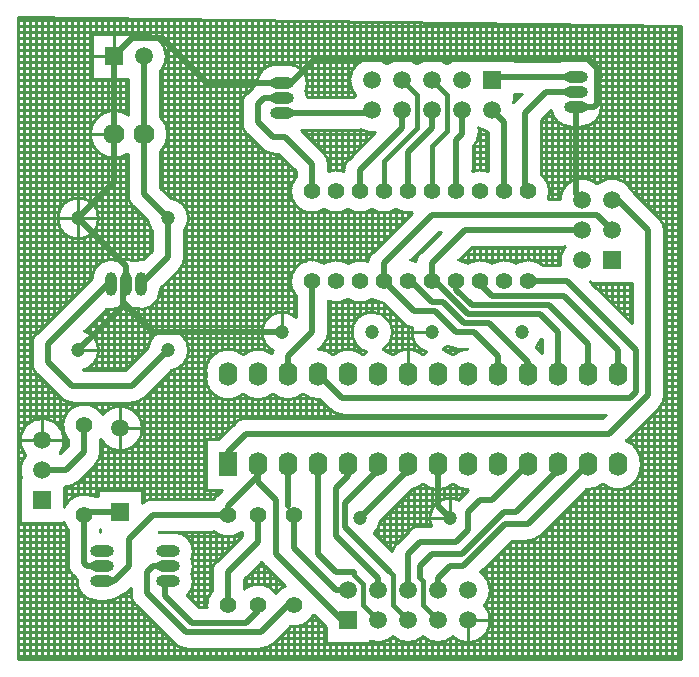
<source format=gtl>
%FSLAX42Y42*%
%MOMM*%
G71*
G01*
G75*
G04 Layer_Physical_Order=1*
%ADD10C,0.25*%
%ADD11C,0.51*%
%ADD12C,0.41*%
%ADD13C,1.40*%
%ADD14C,1.50*%
%ADD15R,1.50X1.50*%
%ADD16C,1.78*%
%ADD17O,1.00X2.00*%
%ADD18O,1.00X2.00*%
%ADD19C,1.20*%
%ADD20O,1.57X2.03*%
%ADD21R,1.57X2.03*%
%ADD22O,2.00X1.00*%
%ADD23O,2.00X1.00*%
D10*
X8937Y10579D02*
G03*
X8950Y10643I-150J63D01*
G01*
G03*
X8788Y10805I-163J0D01*
G01*
X8950Y10516D02*
G03*
X8937Y10579I-163J0D01*
G01*
X8937Y10452D02*
G03*
X8950Y10516I-150J63D01*
G01*
Y10389D02*
G03*
X8937Y10452I-163J0D01*
G01*
X8788Y10226D02*
G03*
X8950Y10389I0J163D01*
G01*
X8688Y10805D02*
G03*
X8602Y10781I0J-163D01*
G01*
X8527Y10364D02*
G03*
X8688Y10226I161J25D01*
G01*
X8208Y10435D02*
G03*
X8203Y10429I98J-98D01*
G01*
X8208Y10435D02*
G03*
X8203Y10429I98J-98D01*
G01*
X7911Y10216D02*
G03*
X7990Y10179I116J148D01*
G01*
X9485Y9347D02*
G03*
X9445Y9445I-138J0D01*
G01*
X9485Y9347D02*
G03*
X9445Y9445I-138J0D01*
G01*
X9215Y9675D02*
G03*
X8915Y9739I-173J-73D01*
G01*
G03*
X8601Y9612I-127J-138D01*
G01*
X8502D02*
G03*
X8514Y9677I-171J65D01*
G01*
G03*
X8444Y9821I-183J0D01*
G01*
X8641Y9209D02*
G03*
X8605Y9054I148J-116D01*
G01*
X8451D02*
G03*
X8230Y9067I-120J-138D01*
G01*
G03*
X8026Y9067I-102J-152D01*
G01*
G03*
X7823Y9067I-102J-152D01*
G01*
X7839Y10793D02*
G03*
X7645Y10755I-66J-176D01*
G01*
X7870Y10062D02*
G03*
X7911Y10160I-98J98D01*
G01*
X7870Y10062D02*
G03*
X7911Y10160I-98J98D01*
G01*
X7645Y10755D02*
G03*
X7391Y10755I-127J-138D01*
G01*
G03*
X7137Y10755I-127J-138D01*
G01*
X6918Y10200D02*
G03*
X7035Y10177I92J163D01*
G01*
X7137Y10755D02*
G03*
X6872Y10490I-127J-138D01*
G01*
G03*
X6860Y10476I138J-127D01*
G01*
X6448Y10528D02*
G03*
X6461Y10592I-150J63D01*
G01*
X6461Y10476D02*
G03*
X6448Y10528I-162J-11D01*
G01*
X6640Y9906D02*
G03*
X6600Y10004I-138J0D01*
G01*
X6640Y9906D02*
G03*
X6600Y10004I-138J0D01*
G01*
X7990Y9848D02*
G03*
X7860Y9848I-65J-171D01*
G01*
X7214Y9526D02*
G03*
X7346Y9497I102J152D01*
G01*
X7010Y9526D02*
G03*
X7214Y9526I102J152D01*
G01*
X7421Y9165D02*
G03*
X7381Y9086I98J-98D01*
G01*
X7823Y9067D02*
G03*
X7743Y9097I-102J-152D01*
G01*
X7421Y9165D02*
G03*
X7381Y9086I98J-98D01*
G01*
G03*
X7336Y9097I-66J-170D01*
G01*
X7010Y8764D02*
G03*
X7099Y8733I102J152D01*
G01*
X6807Y9526D02*
G03*
X7010Y9526I102J152D01*
G01*
X6811Y9953D02*
G03*
X6771Y9855I98J-98D01*
G01*
X6811Y9953D02*
G03*
X6771Y9855I98J-98D01*
G01*
X6604Y9526D02*
G03*
X6807Y9526I102J152D01*
G01*
X7014Y9165D02*
G03*
X6975Y9086I98J-98D01*
G01*
X7014Y9165D02*
G03*
X6975Y9086I98J-98D01*
G01*
X6771Y9848D02*
G03*
X6640Y9848I-65J-171D01*
G01*
X6975Y9086D02*
G03*
X6807Y9067I-66J-170D01*
G01*
Y8764D02*
G03*
X7010Y8764I102J152D01*
G01*
X6807Y9067D02*
G03*
X6604Y9067I-102J-152D01*
G01*
X6640Y8745D02*
G03*
X6807Y8764I65J171D01*
G01*
X9445Y7853D02*
G03*
X9485Y7950I-98J98D01*
G01*
X9445Y7853D02*
G03*
X9485Y7950I-98J98D01*
G01*
X9285Y7389D02*
G03*
X9160Y7568I-191J0D01*
G01*
X8399Y8358D02*
G03*
X8444Y8429I-118J126D01*
G01*
X7646Y8368D02*
G03*
X7722Y8346I75J116D01*
G01*
X7646Y8368D02*
G03*
X7722Y8346I75J116D01*
G01*
X8447Y8305D02*
G03*
X8429Y8327I-116J-75D01*
G01*
X8447Y8305D02*
G03*
X8429Y8327I-116J-75D01*
G01*
X7820Y8342D02*
G03*
X7696Y8294I3J-191D01*
G01*
X8966Y7200D02*
G03*
X9285Y7343I127J143D01*
G01*
X8821Y7153D02*
G03*
X8966Y7200I18J191D01*
G01*
X8331Y6720D02*
G03*
X8429Y6760I0J138D01*
G01*
X8331Y6720D02*
G03*
X8429Y6760I0J138D01*
G01*
X7696Y7200D02*
G03*
X7820Y7152I127J143D01*
G01*
X7961Y6172D02*
G03*
X8011Y6299I-138J127D01*
G01*
X7737Y7068D02*
G03*
X7511Y6844I-66J-160D01*
G01*
X8011Y6299D02*
G03*
X7927Y6456I-188J0D01*
G01*
X8011Y6045D02*
G03*
X7961Y6172I-188J0D01*
G01*
X7696Y5907D02*
G03*
X8011Y6045I127J138D01*
G01*
X7268Y8564D02*
G03*
X7351Y8524I98J98D01*
G01*
X7268Y8564D02*
G03*
X7351Y8524I98J98D01*
G01*
X7611Y8338D02*
G03*
X7646Y8368I-92J146D01*
G01*
X7103Y8338D02*
G03*
X7183Y8484I-92J146D01*
G01*
X7696Y8294D02*
G03*
X7611Y8338I-127J-143D01*
G01*
X7474Y8317D02*
G03*
X7442Y8294I95J-166D01*
G01*
X7351Y8524D02*
G03*
X7474Y8317I168J-41D01*
G01*
X7442Y8294D02*
G03*
X7188Y8294I-127J-143D01*
G01*
X7183Y8484D02*
G03*
X6966Y8317I-173J0D01*
G01*
X6600Y8386D02*
G03*
X6640Y8484I-98J98D01*
G01*
X6600Y8386D02*
G03*
X6640Y8484I-98J98D01*
G01*
X7188Y8294D02*
G03*
X7103Y8338I-127J-143D01*
G01*
X6966Y8317D02*
G03*
X6934Y8294I95J-166D01*
G01*
G03*
X6680Y8294I-127J-143D01*
G01*
G03*
X6556Y8342I-127J-143D01*
G01*
X6659Y7827D02*
G03*
X6756Y7787I98J98D01*
G01*
X6659Y7827D02*
G03*
X6756Y7787I98J98D01*
G01*
X6426Y7962D02*
G03*
X6571Y7915I127J143D01*
G01*
X7442Y7200D02*
G03*
X7696Y7200I127J143D01*
G01*
X7350Y7155D02*
G03*
X7442Y7200I-35J188D01*
G01*
X7417Y6844D02*
G03*
X7319Y6803I0J-138D01*
G01*
X7417Y6844D02*
G03*
X7319Y6803I0J-138D01*
G01*
X7442Y5907D02*
G03*
X7696Y5907I127J138D01*
G01*
X7188D02*
G03*
X7442Y5907I127J138D01*
G01*
X7218Y6702D02*
G03*
X7180Y6630I98J-98D01*
G01*
X7218Y6702D02*
G03*
X7180Y6630I98J-98D01*
G01*
X6995Y5870D02*
G03*
X7188Y5907I66J176D01*
G01*
X7027Y6783D02*
G03*
X7080Y6884I-118J126D01*
G01*
X6461Y10592D02*
G03*
X6298Y10754I-163J0D01*
G01*
X6198D02*
G03*
X6036Y10589I0J-163D01*
G01*
G03*
X5998Y10562I60J-124D01*
G01*
X6036Y10589D02*
G03*
X5998Y10562I60J-124D01*
G01*
X5948Y10512D02*
G03*
X5907Y10414I98J-98D01*
G01*
X5948Y10512D02*
G03*
X5907Y10414I98J-98D01*
G01*
Y10262D02*
G03*
X5948Y10164I138J0D01*
G01*
X5907Y10262D02*
G03*
X5948Y10164I138J0D01*
G01*
X6075Y10037D02*
G03*
X6172Y9996I98J98D01*
G01*
X6075Y10037D02*
G03*
X6172Y9996I98J98D01*
G01*
X5268Y10820D02*
G03*
X5014Y10996I-188J0D01*
G01*
X5218Y10693D02*
G03*
X5268Y10820I-138J127D01*
G01*
X5282Y10160D02*
G03*
X5218Y10307I-202J0D01*
G01*
Y10013D02*
G03*
X5282Y10160I-138J147D01*
G01*
X6364Y9797D02*
G03*
X6604Y9526I138J-120D01*
G01*
Y9067D02*
G03*
X6364Y8796I-102J-152D01*
G01*
X5421Y9345D02*
G03*
X5456Y9449I-138J104D01*
G01*
X5381Y9021D02*
G03*
X5421Y9119I-98J98D01*
G01*
X5381Y9021D02*
G03*
X5421Y9119I-98J98D01*
G01*
X6364Y8612D02*
G03*
X6170Y8330I-116J-128D01*
G01*
G03*
X6163Y8302I129J-49D01*
G01*
X6170Y8330D02*
G03*
X6163Y8302I129J-49D01*
G01*
G03*
X5918Y8294I-118J-151D01*
G01*
G03*
X5600Y8151I-127J-143D01*
G01*
X5456Y9449D02*
G03*
X5308Y9620I-173J0D01*
G01*
X5112Y9424D02*
G03*
X5145Y9345I171J24D01*
G01*
X4991Y8690D02*
G03*
X5217Y8840I63J150D01*
G01*
X5456Y8331D02*
G03*
X5112Y8356I-173J0D01*
G01*
X5308Y8160D02*
G03*
X5456Y8331I-24J171D01*
G01*
X4942Y9652D02*
G03*
X4982Y9554I138J0D01*
G01*
X4942Y9652D02*
G03*
X4982Y9554I138J0D01*
G01*
X4942Y10325D02*
G03*
X4942Y9995I-116J-165D01*
G01*
X4694Y9449D02*
G03*
X4694Y9449I-173J0D01*
G01*
X5071Y9102D02*
G03*
X4991Y9090I-17J-162D01*
G01*
G03*
X4864Y9090I-63J-150D01*
G01*
Y8690D02*
G03*
X4991Y8690I63J150D01*
G01*
X4864Y9090D02*
G03*
X4638Y8948I-63J-150D01*
G01*
X4762Y8682D02*
G03*
X4864Y8690I38J158D01*
G01*
X4694Y8331D02*
G03*
X4576Y8495I-173J0D01*
G01*
X4566Y8164D02*
G03*
X4694Y8331I-45J167D01*
G01*
X4170Y8480D02*
G03*
X4129Y8382I98J-98D01*
G01*
X4170Y8480D02*
G03*
X4129Y8382I98J-98D01*
G01*
Y8230D02*
G03*
X4170Y8132I138J0D01*
G01*
X4129Y8230D02*
G03*
X4170Y8132I138J0D01*
G01*
X6172Y7962D02*
G03*
X6426Y7962I127J143D01*
G01*
X5918D02*
G03*
X6172Y7962I127J143D01*
G01*
X5600Y8105D02*
G03*
X5918Y7962I191J0D01*
G01*
X5944Y7758D02*
G03*
X5846Y7718I0J-138D01*
G01*
X5944Y7758D02*
G03*
X5846Y7718I0J-138D01*
G01*
X5672Y6796D02*
G03*
X5907Y6793I120J138D01*
G01*
X5694Y7108D02*
G03*
X5668Y7072I98J-98D01*
G01*
X5694Y7108D02*
G03*
X5668Y7072I98J-98D01*
G01*
X5483Y6566D02*
G03*
X5496Y6629I-150J63D01*
G01*
G03*
X5333Y6792I-163J0D01*
G01*
X5156Y7072D02*
G03*
X5065Y7037I0J-138D01*
G01*
X5156Y7072D02*
G03*
X5065Y7037I0J-138D01*
G01*
X5233Y6792D02*
G03*
X5207Y6790I0J-163D01*
G01*
X6075Y6540D02*
G03*
X6100Y6506I122J64D01*
G01*
X6075Y6540D02*
G03*
X6100Y6506I122J64D01*
G01*
X6270Y6336D02*
G03*
X6198Y6273I80J-164D01*
G01*
X5694Y6549D02*
G03*
X5653Y6452I98J-98D01*
G01*
X5694Y6549D02*
G03*
X5653Y6452I98J-98D01*
G01*
X6315Y5993D02*
G03*
X6514Y6092I35J179D01*
G01*
X6198Y6273D02*
G03*
X5929Y6313I-152J-101D01*
G01*
X6071Y5806D02*
G03*
X6168Y5846I0J138D01*
G01*
X6071Y5806D02*
G03*
X6168Y5846I0J138D01*
G01*
X5653Y6292D02*
G03*
X5609Y6158I138J-120D01*
G01*
X5496Y6502D02*
G03*
X5483Y6566I-163J0D01*
G01*
X5483Y6439D02*
G03*
X5496Y6502I-150J63D01*
G01*
X5496Y6375D02*
G03*
X5483Y6439I-163J0D01*
G01*
X5445Y6257D02*
G03*
X5496Y6375I-111J119D01*
G01*
X5338Y5846D02*
G03*
X5436Y5806I98J98D01*
G01*
X5338Y5846D02*
G03*
X5436Y5806I98J98D01*
G01*
X4978Y7888D02*
G03*
X5076Y7929I0J138D01*
G01*
X4978Y7888D02*
G03*
X5076Y7929I0J138D01*
G01*
X5065Y7670D02*
G03*
X4730Y7787I-188J0D01*
G01*
X4713Y7579D02*
G03*
X5065Y7670I164J91D01*
G01*
X4670Y7370D02*
G03*
X4710Y7468I-98J98D01*
G01*
X4670Y7370D02*
G03*
X4710Y7468I-98J98D01*
G01*
X4373Y7929D02*
G03*
X4470Y7888I98J98D01*
G01*
X4373Y7929D02*
G03*
X4470Y7888I98J98D01*
G01*
X4730Y7787D02*
G03*
X4434Y7577I-158J-91D01*
G01*
X4369Y7460D02*
G03*
X4404Y7569I-153J109D01*
G01*
G03*
X4078Y7442I-188J0D01*
G01*
G03*
X4041Y7249I138J-127D01*
G01*
X4872Y6245D02*
G03*
X4924Y6278I-46J130D01*
G01*
X4420Y7177D02*
G03*
X4517Y7218I0J138D01*
G01*
X4500Y6405D02*
G03*
X4513Y6393I98J98D01*
G01*
X4500Y6405D02*
G03*
X4513Y6393I98J98D01*
G01*
X4434Y6528D02*
G03*
X4474Y6430I138J0D01*
G01*
X4434Y6528D02*
G03*
X4474Y6430I138J0D01*
G01*
X4967Y6274D02*
G03*
X5008Y6176I138J0D01*
G01*
X4967Y6274D02*
G03*
X5008Y6176I138J0D01*
G01*
X4872Y6245D02*
G03*
X4924Y6278I-46J130D01*
G01*
X4774Y6213D02*
G03*
X4872Y6245I0J163D01*
G01*
X4513Y6393D02*
G03*
X4674Y6213I162J-18D01*
G01*
X4420Y7177D02*
G03*
X4517Y7218I0J138D01*
G01*
X4652Y7098D02*
G03*
X4404Y7006I-80J-164D01*
G01*
X4400Y6874D02*
G03*
X4434Y6815I172J61D01*
G01*
X8948Y10668D02*
X9627D01*
X8948Y10617D02*
X9627D01*
X8889Y10770D02*
X9627D01*
X8931Y10719D02*
X9627D01*
X8950Y10516D02*
X9627D01*
X8948Y10414D02*
X9627D01*
X8942Y10566D02*
X9627D01*
X8942Y10465D02*
X9627D01*
X8890Y10769D02*
Y11084D01*
X8839Y10797D02*
Y11085D01*
X8941Y10697D02*
Y11084D01*
X8788Y10805D02*
Y11086D01*
X8738Y10805D02*
Y11086D01*
X8941Y10570D02*
Y10588D01*
Y10443D02*
Y10461D01*
X8687Y10805D02*
Y11087D01*
X8688Y10805D02*
X8788D01*
X9398Y9492D02*
Y11078D01*
X9347Y9543D02*
Y11078D01*
X9449Y9441D02*
Y11077D01*
X9246Y9644D02*
Y11080D01*
X9195Y9711D02*
Y11080D01*
X9296Y9593D02*
Y11079D01*
X8948Y10363D02*
X9627D01*
X9093Y9782D02*
Y11082D01*
X9144Y9759D02*
Y11081D01*
X8931Y10312D02*
X9627D01*
X8889Y10262D02*
X9627D01*
X9042Y9789D02*
Y11082D01*
X8992Y9782D02*
Y11083D01*
X8941Y9759D02*
Y10334D01*
X8839Y9782D02*
Y10234D01*
X8788Y9789D02*
Y10226D01*
X8890Y9759D02*
Y10262D01*
X8688Y10226D02*
X8788D01*
X8738Y9782D02*
Y10226D01*
X8636Y10797D02*
Y11088D01*
X8585Y10781D02*
Y11089D01*
X8433Y10781D02*
Y11091D01*
X8382Y10781D02*
Y11091D01*
X8331Y10781D02*
Y11092D01*
X8280Y10781D02*
Y11093D01*
X8534Y10781D02*
Y11089D01*
X8484Y10781D02*
Y11090D01*
X8214Y10781D02*
X8602D01*
X8214Y10504D02*
X8277D01*
X8179Y10805D02*
Y11094D01*
X8128Y10805D02*
Y11095D01*
X8230Y10781D02*
Y11093D01*
X8077Y10805D02*
Y11095D01*
X8026Y10805D02*
Y11096D01*
X8230Y10457D02*
Y10504D01*
X8214Y10781D02*
Y10805D01*
Y10441D02*
X8277Y10504D01*
X7839Y10805D02*
X8214D01*
Y10465D02*
X8237D01*
X8476Y10312D02*
X8544D01*
X8585Y9612D02*
Y10262D01*
X8444Y10281D02*
X8527Y10364D01*
X8444Y10262D02*
X8586D01*
X8444Y10211D02*
X9627D01*
X8687Y9759D02*
Y10226D01*
X8636Y9711D02*
Y10234D01*
X8444Y10160D02*
X9627D01*
X8444Y10109D02*
X9627D01*
X8214Y10441D02*
Y10504D01*
X8208Y10435D02*
X8214Y10441D01*
X8534Y9612D02*
Y10334D01*
X8444Y9821D02*
Y10281D01*
X8484Y9778D02*
Y10320D01*
X7911Y10160D02*
X7990D01*
X7901Y10109D02*
X7990D01*
X9289Y9601D02*
X9627D01*
X9339Y9550D02*
X9627D01*
X9390Y9500D02*
X9627D01*
X9152Y9754D02*
X9627D01*
X9200Y9703D02*
X9627D01*
X9238Y9652D02*
X9627D01*
X9485Y9347D02*
X9627D01*
X9485Y9296D02*
X9627D01*
X9485Y9246D02*
X9627D01*
X9441Y9449D02*
X9627D01*
X9476Y9398D02*
X9627D01*
X9215Y9675D02*
X9445Y9445D01*
X8898Y9754D02*
X8933D01*
X9485Y9195D02*
X9627D01*
X9485Y9144D02*
X9627D01*
X9485Y9093D02*
X9627D01*
X9485Y9042D02*
X9627D01*
X9485Y8992D02*
X9627D01*
X9485Y8941D02*
X9627D01*
X9485Y8890D02*
X9627D01*
X9485Y8839D02*
X9627D01*
X8867Y8906D02*
X9209D01*
X8882Y8890D02*
X9209D01*
X8933Y8839D02*
X9209D01*
X9485Y8788D02*
X9627D01*
X9485Y8738D02*
X9627D01*
X9485Y8687D02*
X9627D01*
X8984Y8788D02*
X9209D01*
X9485Y8636D02*
X9627D01*
X9093Y8679D02*
Y8906D01*
X9042Y8730D02*
Y8906D01*
X9144Y8628D02*
Y8906D01*
X8855Y8917D02*
X8867Y8906D01*
X8992Y8781D02*
Y8906D01*
X9035Y8738D02*
X9209D01*
X9085Y8687D02*
X9209D01*
X9136Y8636D02*
X9209D01*
X8890Y8882D02*
Y8906D01*
X8941Y8831D02*
Y8906D01*
X8444Y10058D02*
X9627D01*
X8444Y10008D02*
X9627D01*
X8463Y9804D02*
X9627D01*
X8444Y9957D02*
X9627D01*
X8444Y9906D02*
X9627D01*
X8444Y9855D02*
X9627D01*
X8497Y9754D02*
X8679D01*
X8512Y9703D02*
X8631D01*
X7855Y9209D02*
X8641D01*
X7841Y9195D02*
X8631D01*
X7866Y10058D02*
X7990D01*
X7860Y10008D02*
X7990D01*
X7967Y9855D02*
X7990D01*
X7860Y9957D02*
X7990D01*
X7860Y9906D02*
X7990D01*
X8512Y9652D02*
X8608D01*
X8502Y9612D02*
X8601D01*
X7790Y9144D02*
X8608D01*
X8585Y9054D02*
Y9209D01*
X8534Y9054D02*
Y9209D01*
X8433Y9067D02*
Y9209D01*
X8484Y9054D02*
Y9209D01*
X8373Y9093D02*
X8601D01*
X8382Y9091D02*
Y9209D01*
X8451Y9054D02*
X8605D01*
X8331Y9098D02*
Y9209D01*
X8280Y9091D02*
Y9209D01*
X8179Y9091D02*
Y9209D01*
X8230Y9067D02*
Y9209D01*
X8128Y9098D02*
Y9209D01*
X8077Y9091D02*
Y9209D01*
X8170Y9093D02*
X8289D01*
X8026Y9067D02*
Y9209D01*
X7967Y9093D02*
X8086D01*
X7823Y10798D02*
Y11099D01*
X7772Y10805D02*
Y11100D01*
X7722Y10798D02*
Y11100D01*
X7671Y10775D02*
Y11101D01*
X7569Y10798D02*
Y11102D01*
X7620Y10775D02*
Y11102D01*
X7976Y10805D02*
Y11097D01*
X7925Y10805D02*
Y11098D01*
X7874Y10805D02*
Y11098D01*
X7518Y10805D02*
Y11103D01*
X7839Y10793D02*
Y10805D01*
X7214Y10798D02*
Y11107D01*
X7061Y10798D02*
Y11109D01*
X7163Y10775D02*
Y11108D01*
X7010Y10805D02*
Y11110D01*
X6960Y10798D02*
Y11111D01*
X7468Y10798D02*
Y11104D01*
X7417Y10775D02*
Y11104D01*
X7366Y10775D02*
Y11105D01*
X7264Y10805D02*
Y11106D01*
X7315Y10798D02*
Y11106D01*
X7976Y9853D02*
Y10183D01*
X7925Y9860D02*
Y10205D01*
X7990Y9848D02*
Y10179D01*
X7628Y10770D02*
X7663D01*
X7911Y10160D02*
Y10216D01*
X7874Y9853D02*
Y10066D01*
X7860Y10052D02*
X7870Y10062D01*
X7860Y9848D02*
Y10052D01*
X7374Y10770D02*
X7409D01*
X7112Y10775D02*
Y11109D01*
X6909Y10775D02*
Y11111D01*
X7120Y10770D02*
X7155D01*
X7010Y10152D02*
Y10175D01*
X6960Y10101D02*
Y10183D01*
X6909Y10051D02*
Y10200D01*
X6858Y10727D02*
Y11112D01*
X6807Y10476D02*
Y11113D01*
X6400Y10719D02*
X6853D01*
X6442Y10668D02*
X6830D01*
X6459Y10617D02*
X6823D01*
X6858Y10476D02*
Y10508D01*
X6459Y10566D02*
X6830D01*
X6453Y10516D02*
X6853D01*
X6461Y10476D02*
X6860D01*
X6604D02*
Y11115D01*
X6553Y10476D02*
Y11116D01*
X6502Y10476D02*
Y11117D01*
X6401Y10718D02*
Y11118D01*
X6452Y10647D02*
Y11117D01*
X6756Y10476D02*
Y11113D01*
X6706Y10476D02*
Y11114D01*
X6655Y10476D02*
Y11115D01*
X6452Y10520D02*
Y10537D01*
X6811Y9953D02*
X7035Y10177D01*
X6858Y10000D02*
Y10200D01*
X6807Y9949D02*
Y10200D01*
X6404D02*
X6918D01*
X6756Y9853D02*
Y10200D01*
X6545Y10058D02*
X6917D01*
X6596Y10008D02*
X6866D01*
X6631Y9957D02*
X6815D01*
X6444Y10160D02*
X7018D01*
X6495Y10109D02*
X6967D01*
X6706Y9860D02*
Y10200D01*
X6604Y10000D02*
Y10200D01*
X6655Y9853D02*
Y10200D01*
X6404D02*
X6600Y10004D01*
X6553Y10051D02*
Y10200D01*
X6452Y10152D02*
Y10200D01*
X6502Y10101D02*
Y10200D01*
X7860Y9855D02*
X7883D01*
X7576Y9336D02*
X7591D01*
X7569Y9314D02*
Y9330D01*
X7536Y9296D02*
X7552D01*
X7421Y9165D02*
X7591Y9336D01*
X7518Y9263D02*
Y9279D01*
X7485Y9246D02*
X7501D01*
X7468Y9212D02*
Y9228D01*
X7434Y9195D02*
X7450D01*
X7417Y9161D02*
Y9177D01*
X7264Y9416D02*
Y9502D01*
X7214Y9365D02*
Y9526D01*
X7163Y9314D02*
Y9502D01*
X7315Y9466D02*
Y9495D01*
X7154Y9500D02*
X7273D01*
X7112Y9263D02*
Y9495D01*
X7061Y9212D02*
Y9502D01*
X7014Y9165D02*
X7346Y9497D01*
X7976Y9091D02*
Y9209D01*
X7925Y9098D02*
Y9209D01*
X7874Y9091D02*
Y9209D01*
X7743Y9097D02*
X7855Y9209D01*
X7336Y9097D02*
X7576Y9336D01*
X7764Y9093D02*
X7883D01*
X7772Y9091D02*
Y9126D01*
X7823Y9067D02*
Y9177D01*
X7384Y9144D02*
X7403D01*
X7366Y9091D02*
Y9126D01*
X7010Y9161D02*
Y9526D01*
X7357Y9093D02*
X7383D01*
X7092Y8636D02*
X7196D01*
X7112Y8623D02*
Y8720D01*
X7061Y8649D02*
Y8740D01*
X6951Y9500D02*
X7070D01*
X6909Y9098D02*
Y9495D01*
X6951Y9093D02*
X6976D01*
X6748Y9500D02*
X6867D01*
X6748Y9093D02*
X6867D01*
X6640Y9906D02*
X6780D01*
X6748Y9855D02*
X6771D01*
X6640Y9848D02*
Y9906D01*
Y9855D02*
X6664D01*
X6706Y9098D02*
Y9495D01*
X6544Y9500D02*
X6664D01*
X6544Y9093D02*
X6664D01*
X6364Y9797D02*
Y9849D01*
X6502Y9098D02*
Y9495D01*
X6960Y9091D02*
Y9502D01*
X6858Y9091D02*
Y9502D01*
X7010Y8656D02*
Y8764D01*
X6951Y8738D02*
X7070D01*
X6748D02*
X6867D01*
X6960Y8649D02*
Y8740D01*
X6640Y8687D02*
X7145D01*
X6640Y8636D02*
X6929D01*
X6756Y9091D02*
Y9502D01*
X6655Y9091D02*
Y9502D01*
X6807Y9067D02*
Y9526D01*
X6604Y9067D02*
Y9526D01*
X6401Y9067D02*
Y9526D01*
X6640Y8738D02*
X6664D01*
X6553Y9091D02*
Y9502D01*
X6452Y9091D02*
Y9502D01*
X9485Y8585D02*
X9627D01*
X9485Y8534D02*
X9627D01*
X9485Y8484D02*
X9627D01*
X9485Y8433D02*
X9627D01*
X9485Y8382D02*
X9627D01*
X9485Y8331D02*
X9627D01*
X9485Y8280D02*
X9627D01*
X9485Y8230D02*
X9627D01*
X9485Y8179D02*
X9627D01*
X9485Y8128D02*
X9627D01*
X9485Y8077D02*
X9627D01*
X9485Y8026D02*
X9627D01*
X9209Y8563D02*
Y8906D01*
X9485Y7950D02*
Y9347D01*
X9195Y8577D02*
Y8906D01*
X9187Y8585D02*
X9209D01*
X9485Y7976D02*
X9627D01*
X9483Y7925D02*
X9627D01*
X9462Y7874D02*
X9627D01*
X9416Y7823D02*
X9627D01*
Y5715D02*
Y11074D01*
X9601Y5715D02*
Y11075D01*
X9365Y7772D02*
X9627D01*
X9314Y7722D02*
X9627D01*
X9263Y7671D02*
X9627D01*
X9234Y7518D02*
X9627D01*
X9268Y7468D02*
X9627D01*
X9283Y7417D02*
X9627D01*
X9212Y7620D02*
X9627D01*
X9162Y7569D02*
X9627D01*
X9550Y5715D02*
Y11075D01*
X9500Y5715D02*
Y11076D01*
X9449Y5715D02*
Y7857D01*
X9160Y7568D02*
X9445Y7853D01*
X9398Y5715D02*
Y7806D01*
X9347Y5715D02*
Y7755D01*
X9246Y7505D02*
Y7653D01*
X9296Y5715D02*
Y7704D01*
X9195Y7551D02*
Y7602D01*
X8867Y8906D02*
X9209Y8563D01*
X8420Y8382D02*
X8447D01*
Y8305D02*
Y8426D01*
X8425Y8331D02*
X8447D01*
X6756Y7787D02*
X8988D01*
X8960Y7758D02*
X8988Y7787D01*
X8941Y7758D02*
Y7787D01*
X8890Y7758D02*
Y7787D01*
X8839Y7758D02*
Y7787D01*
X8788Y7758D02*
Y7787D01*
X8433Y8323D02*
Y8402D01*
X7722Y8346D02*
X7817D01*
X8399Y8358D02*
X8429Y8327D01*
X7772Y8335D02*
Y8346D01*
X7633Y8331D02*
X7759D01*
X8738Y7758D02*
Y7787D01*
X8687Y7758D02*
Y7787D01*
X8636Y7758D02*
Y7787D01*
X8585Y7758D02*
Y7787D01*
X8534Y7758D02*
Y7787D01*
X8484Y7758D02*
Y7787D01*
X8433Y7758D02*
Y7787D01*
X8382Y7758D02*
Y7787D01*
X8331Y7758D02*
Y7787D01*
X8280Y7758D02*
Y7787D01*
X8230Y7758D02*
Y7787D01*
X8179Y7758D02*
Y7787D01*
X8128Y7758D02*
Y7787D01*
X8077Y7758D02*
Y7787D01*
X8026Y7758D02*
Y7787D01*
X7976Y7758D02*
Y7787D01*
X7925Y7758D02*
Y7787D01*
X7874Y7758D02*
Y7787D01*
X7823Y7758D02*
Y7787D01*
X7772Y7758D02*
Y7787D01*
X9285Y7366D02*
X9627D01*
X9283Y7315D02*
X9627D01*
X9268Y7264D02*
X9627D01*
X9234Y7214D02*
X9627D01*
X9157Y7163D02*
X9627D01*
X8781Y7112D02*
X9627D01*
X8730Y7061D02*
X9627D01*
X8679Y7010D02*
X9627D01*
X8628Y6960D02*
X9627D01*
X8577Y6909D02*
X9627D01*
X8527Y6858D02*
X9627D01*
X9285Y7343D02*
Y7389D01*
X8903Y7163D02*
X9029D01*
X8429Y6760D02*
X8821Y7153D01*
X8476Y6807D02*
X9627D01*
X8425Y6756D02*
X9627D01*
X8191Y6720D02*
X8331D01*
X9246Y5715D02*
Y7227D01*
X9195Y5715D02*
Y7181D01*
X9144Y5715D02*
Y7159D01*
X9042Y5715D02*
Y7159D01*
X8992Y5715D02*
Y7181D01*
X8941Y5715D02*
Y7181D01*
X9093Y5715D02*
Y7152D01*
X8890Y5715D02*
Y7159D01*
X8839Y5715D02*
Y7152D01*
X8788Y5715D02*
Y7120D01*
X8738Y5715D02*
Y7069D01*
X8687Y5715D02*
Y7018D01*
X8636Y5715D02*
Y6967D01*
X8585Y5715D02*
Y6917D01*
X8534Y5715D02*
Y6866D01*
X8484Y5715D02*
Y6815D01*
X8433Y5715D02*
Y6764D01*
X8382Y5715D02*
Y6730D01*
X8331Y5715D02*
Y6720D01*
X8280Y5715D02*
Y6720D01*
X8230Y5715D02*
Y6720D01*
X8177Y6706D02*
X9627D01*
X8126Y6655D02*
X9627D01*
X8075Y6604D02*
X9627D01*
X8025Y6553D02*
X9627D01*
X7974Y6502D02*
X9627D01*
X7933Y6452D02*
X9627D01*
X8004Y6350D02*
X9627D01*
X8011Y6299D02*
X9627D01*
X8004Y6248D02*
X9627D01*
X7981Y6401D02*
X9627D01*
X7981Y6198D02*
X9627D01*
X7772Y7104D02*
Y7159D01*
X7737Y7068D02*
X7820Y7152D01*
X7633Y7163D02*
X7759D01*
X7307Y7112D02*
X7780D01*
X7927Y6456D02*
X8191Y6720D01*
X7976Y6409D02*
Y6504D01*
X8179Y5715D02*
Y6707D01*
X8128Y5715D02*
Y6657D01*
X8077Y5715D02*
Y6606D01*
X7981Y6147D02*
X9627D01*
X8026Y5715D02*
Y6555D01*
X8004Y6096D02*
X9627D01*
X8011Y6045D02*
X9627D01*
X8004Y5994D02*
X9627D01*
X7981Y5944D02*
X9627D01*
X7933Y5893D02*
X9627D01*
X7976Y6155D02*
Y6190D01*
X7823Y6045D02*
X7998D01*
X7823Y5870D02*
Y6045D01*
X7976Y5715D02*
Y5936D01*
X7925Y5715D02*
Y5887D01*
X7874Y5715D02*
Y5865D01*
X7823Y5715D02*
Y5858D01*
X7772Y5715D02*
Y5865D01*
X7358Y8484D02*
X7518D01*
X7366Y8335D02*
Y8402D01*
X7175Y8433D02*
X7353D01*
X7150Y8382D02*
X7379D01*
X7722Y8313D02*
Y8346D01*
X7620Y8335D02*
Y8344D01*
X7671Y8313D02*
Y8355D01*
X7379Y8331D02*
X7437D01*
X7175Y8534D02*
X7312D01*
X7163Y8565D02*
Y8669D01*
X7264Y8335D02*
Y8568D01*
X7150Y8585D02*
X7247D01*
X7099Y8733D02*
X7268Y8564D01*
X7183Y8484D02*
X7346D01*
X7315Y8342D02*
Y8533D01*
X7125Y8331D02*
X7251D01*
X7112Y8335D02*
Y8344D01*
X7722Y7758D02*
Y7787D01*
X7417Y8313D02*
Y8344D01*
X7671Y7758D02*
Y7787D01*
X7620Y7758D02*
Y7787D01*
X7569Y7758D02*
Y7787D01*
X7518Y7758D02*
Y7787D01*
X7468Y7758D02*
Y7787D01*
X7417Y7758D02*
Y7787D01*
X7315Y8128D02*
Y8330D01*
X7366Y7758D02*
Y7787D01*
X7214Y8313D02*
Y8618D01*
X7163Y8313D02*
Y8402D01*
X7315Y7758D02*
Y7787D01*
X7264Y7758D02*
Y7787D01*
X7214Y7758D02*
Y7787D01*
X7163Y7758D02*
Y7787D01*
X7112Y7758D02*
Y7787D01*
X6909Y8623D02*
Y8733D01*
X6858Y8565D02*
Y8740D01*
X6640Y8585D02*
X6871D01*
X6640Y8534D02*
X6845D01*
X6640Y8484D02*
X6838D01*
X6871Y8331D02*
X6929D01*
X6858Y8335D02*
Y8402D01*
X6909Y8313D02*
Y8344D01*
X6631Y8433D02*
X6845D01*
X6596Y8382D02*
X6871D01*
X6807Y8342D02*
Y8764D01*
X6756Y8335D02*
Y8740D01*
X6706Y8313D02*
Y8733D01*
X6364Y8612D02*
Y8796D01*
X6640Y8484D02*
Y8745D01*
X6617Y8331D02*
X6743D01*
X6556Y8342D02*
X6600Y8386D01*
X6604Y8335D02*
Y8390D01*
X7061Y7758D02*
Y7787D01*
X7010Y7758D02*
Y7787D01*
X6960Y7758D02*
Y7787D01*
X6706Y7758D02*
Y7796D01*
X6655Y8313D02*
Y8740D01*
X6502Y7758D02*
Y7921D01*
X6452Y7758D02*
Y7943D01*
X6401Y7758D02*
Y7943D01*
X6571Y7915D02*
X6659Y7827D01*
X6655Y7758D02*
Y7831D01*
X6604Y7758D02*
Y7882D01*
X6363Y7925D02*
X6489D01*
X6553Y7758D02*
Y7914D01*
X7722Y7074D02*
Y7181D01*
X7671Y7082D02*
Y7181D01*
X7620Y7074D02*
Y7159D01*
X7569Y7164D02*
Y7366D01*
X7518Y6990D02*
Y7159D01*
X7671Y6909D02*
Y7069D01*
X7569Y7048D02*
Y7152D01*
X7511Y6909D02*
X7671D01*
X7257Y7061D02*
X7590D01*
X7206Y7010D02*
X7531D01*
X7379Y7163D02*
X7505D01*
X7468Y6844D02*
Y7181D01*
X7417Y6844D02*
Y7181D01*
X7366Y6834D02*
Y7159D01*
X7417Y6844D02*
X7511D01*
X7315Y6799D02*
Y7120D01*
X7264Y6749D02*
Y7069D01*
X7679Y5893D02*
X7714D01*
X7722Y5715D02*
Y5887D01*
X7425Y5893D02*
X7460D01*
X7671Y5715D02*
Y5887D01*
X7620Y5715D02*
Y5865D01*
X7569Y5715D02*
Y5858D01*
X7518Y5715D02*
Y5865D01*
X7468Y5715D02*
Y5887D01*
X7218Y6702D02*
X7319Y6803D01*
X7214Y6698D02*
Y7018D01*
X7171Y5893D02*
X7206D01*
X7417Y5715D02*
Y5887D01*
X7366Y5715D02*
Y5865D01*
X7315Y5715D02*
Y5858D01*
X7264Y5715D02*
Y5865D01*
X7214Y5715D02*
Y5887D01*
X7155Y6960D02*
X7506D01*
X7104Y6909D02*
X7498D01*
X7163Y6647D02*
Y6967D01*
X7074Y6858D02*
X7506D01*
X7080Y6884D02*
X7350Y7155D01*
X7048Y6807D02*
X7323D01*
X7053Y6756D02*
X7272D01*
X7104Y6706D02*
X7221D01*
X7155Y6655D02*
X7187D01*
X7027Y6783D02*
X7180Y6630D01*
X6909Y7758D02*
Y7787D01*
X6858Y7758D02*
Y7787D01*
X7112Y6698D02*
Y6917D01*
X6807Y7758D02*
Y7787D01*
X6756Y7758D02*
Y7787D01*
X7061Y6749D02*
Y6828D01*
X6514Y6092D02*
X6619Y5987D01*
X6481Y6045D02*
X6561D01*
X6392Y5994D02*
X6612D01*
X7163Y5715D02*
Y5887D01*
X7112Y5715D02*
Y5865D01*
X7061Y5715D02*
Y5858D01*
X6995D02*
Y5870D01*
X7010Y5715D02*
Y5865D01*
X6960Y5715D02*
Y5858D01*
X6909Y5715D02*
Y5858D01*
X6858Y5715D02*
Y5858D01*
X6619D02*
X6995D01*
X6807Y5715D02*
Y5858D01*
X6604Y5715D02*
Y6002D01*
X6553Y5715D02*
Y6053D01*
X6502Y5715D02*
Y6071D01*
X6452Y5715D02*
Y6020D01*
X6401Y5715D02*
Y5997D01*
X6756Y5715D02*
Y5858D01*
X6706Y5715D02*
Y5858D01*
X6655Y5715D02*
Y5858D01*
X6619D02*
Y5987D01*
X6350Y5715D02*
Y5990D01*
X6299Y10754D02*
Y11120D01*
X6248Y10754D02*
Y11120D01*
X6350Y10746D02*
Y11119D01*
X6198Y10754D02*
Y11121D01*
X6147Y10746D02*
Y11122D01*
X6096Y10718D02*
Y11122D01*
X6198Y10754D02*
X6298D01*
X6045Y10647D02*
Y11123D01*
X5948Y10164D02*
X6075Y10037D01*
X5994Y10559D02*
Y11124D01*
X5948Y10512D02*
X5998Y10562D01*
X5944Y10508D02*
Y11124D01*
X5907Y10262D02*
Y10414D01*
X6217Y9996D02*
X6364Y9849D01*
X6172Y9996D02*
X6217D01*
X6096Y8565D02*
Y10019D01*
X6045Y8342D02*
Y10066D01*
X6350Y9778D02*
Y9863D01*
X6248Y8656D02*
Y9965D01*
X6299Y8649D02*
Y9914D01*
X6198Y8649D02*
Y9996D01*
X6147Y8623D02*
Y9999D01*
X5842Y8335D02*
Y11126D01*
X5791Y8342D02*
Y11126D01*
X5893Y8313D02*
Y11125D01*
X5385Y9588D02*
Y11132D01*
X5740Y8335D02*
Y11127D01*
X5994Y8335D02*
Y10117D01*
X5944Y8313D02*
Y10168D01*
X5690Y8313D02*
Y11128D01*
X5436Y9530D02*
Y11131D01*
X5639Y8267D02*
Y11129D01*
X5190Y10973D02*
X9627D01*
X5238Y10922D02*
X9627D01*
X5261Y10871D02*
X9627D01*
X4013Y11151D02*
X9627Y11074D01*
X4013D02*
X9627D01*
X4013Y11024D02*
X9627D01*
X5268Y10820D02*
X9627D01*
X5261Y10770D02*
X6901D01*
X5238Y10719D02*
X6097D01*
X5218Y10668D02*
X6055D01*
X5218Y10617D02*
X6038D01*
X5182Y10978D02*
Y11135D01*
X5131Y11001D02*
Y11135D01*
X5232Y10930D02*
Y11134D01*
X4013Y11125D02*
X5884D01*
X5218Y10566D02*
X6002D01*
X5218Y10516D02*
X5951D01*
X5218Y10465D02*
X5917D01*
X5218Y10414D02*
X5907D01*
X5282Y10160D02*
X5951D01*
X5275Y10211D02*
X5917D01*
X5275Y10109D02*
X6002D01*
X5218Y10363D02*
X5907D01*
X5254Y10058D02*
X6053D01*
X5218Y9957D02*
X6256D01*
X5218Y10008D02*
X6118D01*
X5218Y9906D02*
X6307D01*
X5218Y9855D02*
X6358D01*
X5218Y9804D02*
X6364D01*
X5283Y9644D02*
Y11133D01*
X5232Y10292D02*
Y10711D01*
X5334Y9614D02*
Y11133D01*
X5218Y10312D02*
X5907D01*
X5218Y10307D02*
Y10693D01*
X5254Y10262D02*
X5907D01*
X5232Y9695D02*
Y10028D01*
X5218Y9709D02*
Y10013D01*
X5448Y9500D02*
X6460D01*
X5456Y9449D02*
X7298D01*
X5448Y9398D02*
X7247D01*
X5423Y9347D02*
X7196D01*
X5421Y9296D02*
X7145D01*
X5421Y9246D02*
X7094D01*
X5421Y9195D02*
X7044D01*
X5421Y9144D02*
X6997D01*
X5419Y9093D02*
X6460D01*
X5423Y9550D02*
X6371D01*
X6350Y9016D02*
Y9577D01*
X5364Y9601D02*
X6336D01*
X5421Y9119D02*
Y9345D01*
X5398Y9042D02*
X6371D01*
X6330Y8636D02*
X6364D01*
X6350Y8623D02*
Y8815D01*
X6248Y8484D02*
Y8644D01*
X6096Y8335D02*
Y8402D01*
X6147Y8313D02*
Y8344D01*
X6088Y8484D02*
X6248D01*
X5448Y8382D02*
X6109D01*
X6109Y8331D02*
X6167D01*
X6109Y7925D02*
X6235D01*
X5855Y8331D02*
X5981D01*
X5436Y8412D02*
Y9368D01*
X5385Y8471D02*
Y9025D01*
X5423Y8433D02*
X6083D01*
X5456Y8331D02*
X5727D01*
X5600Y8105D02*
Y8151D01*
X5855Y7925D02*
X5981D01*
X5448Y8280D02*
X5650D01*
X5423Y8230D02*
X5617D01*
X5275Y9652D02*
X6321D01*
X5352Y8992D02*
X6336D01*
X5218Y9754D02*
X6336D01*
X5225Y9703D02*
X6321D01*
X5217Y8857D02*
X5381Y9021D01*
X5301Y8941D02*
X6321D01*
X5250Y8890D02*
X6321D01*
X5217Y8839D02*
X6336D01*
X5209Y8788D02*
X6364D01*
X5181Y8738D02*
X6364D01*
X5218Y9709D02*
X5308Y9620D01*
X5145Y9176D02*
Y9345D01*
X5131Y9162D02*
Y9368D01*
X4661Y9347D02*
X5144D01*
X4602Y9296D02*
X5145D01*
X5071Y9102D02*
X5145Y9176D01*
X5217Y8840D02*
Y8857D01*
X4013Y9246D02*
X5145D01*
X4013Y9195D02*
X5145D01*
X5109Y8687D02*
X6364D01*
X4717Y8636D02*
X6167D01*
X5364Y8484D02*
X6076D01*
X4666Y8585D02*
X6109D01*
X4615Y8534D02*
X6083D01*
X5364Y8179D02*
X5602D01*
X5275Y8128D02*
X5600D01*
X5225Y8077D02*
X5602D01*
X5174Y8026D02*
X5617D01*
X5123Y7976D02*
X5650D01*
X5334Y8496D02*
Y8974D01*
X5283Y8504D02*
Y8923D01*
X5232Y8496D02*
Y8872D01*
X5182Y8471D02*
Y8738D01*
X5076Y7929D02*
X5308Y8160D01*
X4602Y8484D02*
X5202D01*
X4661Y8433D02*
X5144D01*
X5080Y11008D02*
Y11136D01*
X4978Y11008D02*
Y11137D01*
X5029Y11001D02*
Y11137D01*
X4928Y11008D02*
Y11138D01*
X4877Y11008D02*
Y11139D01*
X4826Y11008D02*
Y11140D01*
X5014Y10996D02*
Y11008D01*
X4877Y10355D02*
Y10633D01*
X4928Y10334D02*
Y10633D01*
X4638Y11008D02*
X5014D01*
X4638Y10633D02*
X4942D01*
X4775Y11008D02*
Y11140D01*
X4724Y11008D02*
Y11141D01*
X4826Y10820D02*
Y10995D01*
X4674Y11008D02*
Y11142D01*
X4638Y10633D02*
Y11008D01*
X4826Y10645D02*
Y10820D01*
Y10362D02*
Y10633D01*
X4775Y10355D02*
Y10633D01*
X4651Y10820D02*
X4826D01*
X4724Y10334D02*
Y10633D01*
X4942Y10325D02*
Y10633D01*
Y9652D02*
Y9995D01*
X4928Y9103D02*
Y9986D01*
X4982Y9554D02*
X5112Y9424D01*
X5029Y9101D02*
Y9507D01*
X4978Y9095D02*
Y9558D01*
X4661Y9550D02*
X4986D01*
X4686Y9500D02*
X5037D01*
X4826Y10160D02*
Y10349D01*
X4674Y10292D02*
Y10633D01*
X4826Y9971D02*
Y10160D01*
X4637D02*
X4826D01*
X4623Y9588D02*
Y11142D01*
X4877Y9095D02*
Y9965D01*
X4826Y9101D02*
Y9958D01*
X4775Y9101D02*
Y9965D01*
X4674Y9530D02*
Y10028D01*
X4724Y9084D02*
Y9986D01*
X4013Y10617D02*
X4942D01*
X4013Y10566D02*
X4942D01*
X4013Y10516D02*
X4942D01*
X4013Y10465D02*
X4942D01*
X4013Y10414D02*
X4942D01*
X4013Y10363D02*
X4942D01*
X4013Y10312D02*
X4694D01*
X4013Y10262D02*
X4652D01*
X4013Y10058D02*
X4652D01*
X4013Y10008D02*
X4694D01*
X4013Y9957D02*
X4942D01*
X4013Y10973D02*
X4638D01*
X4013Y10922D02*
X4638D01*
X4013Y10871D02*
X4638D01*
X4013Y10820D02*
X4638D01*
X4013Y10770D02*
X4638D01*
X4013Y10719D02*
X4638D01*
X4013Y10668D02*
X4638D01*
X4013Y10211D02*
X4631D01*
X4013Y10160D02*
X4624D01*
X4013Y10109D02*
X4631D01*
X4013Y9906D02*
X4942D01*
X4521Y9621D02*
Y11144D01*
X4572Y9614D02*
Y11143D01*
X4013Y9855D02*
X4942D01*
X4013Y9804D02*
X4942D01*
X4602Y9601D02*
X4952D01*
X4013Y9754D02*
X4942D01*
X4013Y9703D02*
X4942D01*
X4013Y9652D02*
X4942D01*
X4470Y9614D02*
Y11144D01*
X4420Y9588D02*
Y11145D01*
X4369Y9530D02*
Y11146D01*
X4318Y8628D02*
Y11146D01*
X4267Y8577D02*
Y11147D01*
X4521Y9449D02*
Y9609D01*
X4216Y8527D02*
Y11148D01*
X4166Y8476D02*
Y11149D01*
X4013Y9601D02*
X4440D01*
X4013Y9550D02*
X4382D01*
X5080Y9111D02*
Y9457D01*
X4982Y9093D02*
X5000D01*
X4686Y9398D02*
X5118D01*
X4694Y9449D02*
X5088D01*
X4982Y8687D02*
X5000D01*
X5131Y8412D02*
Y8696D01*
X4855Y9093D02*
X4873D01*
X4855Y8687D02*
X4873D01*
X4674Y9042D02*
Y9368D01*
X4623Y8933D02*
Y9309D01*
X4572Y8882D02*
Y9284D01*
X4521Y9449D02*
X4681D01*
X4521Y9289D02*
Y9449D01*
X4623Y8471D02*
Y8542D01*
X4521Y8831D02*
Y9276D01*
X4576Y8495D02*
X4762Y8682D01*
X5080Y8323D02*
Y8679D01*
X5029Y8273D02*
Y8679D01*
X4978Y8222D02*
Y8685D01*
X4686Y8382D02*
X5118D01*
X4928Y8171D02*
Y8677D01*
X4694Y8331D02*
X5088D01*
X4686Y8280D02*
X5037D01*
X4921Y8164D02*
X5112Y8356D01*
X4661Y8230D02*
X4986D01*
X4602Y8179D02*
X4935D01*
X4877Y8164D02*
Y8685D01*
X4826Y8164D02*
Y8679D01*
X4775Y8164D02*
Y8679D01*
X4674Y8412D02*
Y8593D01*
X4724Y8164D02*
Y8644D01*
X4674Y8164D02*
Y8250D01*
X4623Y8164D02*
Y8192D01*
X4566Y8164D02*
X4921D01*
X4361Y9449D02*
X4521D01*
X4013Y9296D02*
X4440D01*
X4470Y8781D02*
Y9284D01*
X4013Y9144D02*
X5113D01*
X4013Y9093D02*
X4746D01*
X4013Y9042D02*
X4674D01*
X4013Y8992D02*
X4646D01*
X4013Y8941D02*
X4631D01*
X4013Y8890D02*
X4580D01*
X4013Y8839D02*
X4529D01*
X4013Y8788D02*
X4478D01*
X4013Y9500D02*
X4356D01*
X4013Y9449D02*
X4349D01*
X4369Y8679D02*
Y9368D01*
X4013Y9398D02*
X4356D01*
X4013Y9347D02*
X4382D01*
X4013Y8738D02*
X4427D01*
X4420Y8730D02*
Y9309D01*
X4013Y8687D02*
X4377D01*
X4013Y8636D02*
X4326D01*
X4013Y8585D02*
X4275D01*
X4170Y8480D02*
X4638Y8948D01*
X4013Y8534D02*
X4224D01*
X4013Y8484D02*
X4173D01*
X4521Y8331D02*
X4681D01*
X4013Y8077D02*
X4224D01*
X4170Y8132D02*
X4373Y7929D01*
X4013Y8026D02*
X4275D01*
X4013Y7976D02*
X4326D01*
X4013Y8433D02*
X4139D01*
X4013Y8382D02*
X4129D01*
Y8230D02*
Y8382D01*
X4013Y8331D02*
X4129D01*
X4013Y8280D02*
X4129D01*
X4013Y8230D02*
X4129D01*
X4013Y8179D02*
X4139D01*
X4013Y8128D02*
X4173D01*
X6350Y7758D02*
Y7921D01*
X6248Y7758D02*
Y7921D01*
X6198Y7758D02*
Y7943D01*
X6147Y7758D02*
Y7943D01*
X6299Y7758D02*
Y7914D01*
X6096Y7758D02*
Y7921D01*
X6045Y7758D02*
Y7914D01*
X5994Y7758D02*
Y7921D01*
X5944Y7758D02*
X8960D01*
X5944D02*
Y7943D01*
X5893Y7748D02*
Y7943D01*
X5842Y7714D02*
Y7921D01*
X5690Y7580D02*
Y7943D01*
X5791Y7663D02*
Y7914D01*
X5740Y7612D02*
Y7921D01*
X5709Y7580D02*
X5846Y7718D01*
X5907Y6763D02*
Y6793D01*
X5694Y7108D02*
X5737Y7152D01*
X5893Y6749D02*
Y6782D01*
X5600Y7152D02*
X5737D01*
X5600Y7580D02*
X5709D01*
X5833Y6756D02*
X5901D01*
X5842Y6698D02*
Y6759D01*
X5791Y6647D02*
Y6751D01*
X5740Y6596D02*
Y6759D01*
X5694Y6549D02*
X5907Y6763D01*
X5690Y7104D02*
Y7152D01*
X5639Y7580D02*
Y7989D01*
Y7072D02*
Y7152D01*
X5600D02*
Y7580D01*
X5588Y7072D02*
Y11129D01*
X5690Y6545D02*
Y6782D01*
X5639Y6273D02*
Y6796D01*
X5588Y6158D02*
Y6796D01*
X5057Y7722D02*
X5850D01*
X5072Y7925D02*
X5727D01*
X5064Y7671D02*
X5799D01*
X4986Y7823D02*
X6663D01*
X4614Y7874D02*
X6612D01*
X5034Y7772D02*
X8974D01*
X5058Y7620D02*
X5748D01*
X5035Y7569D02*
X5600D01*
X5065Y7112D02*
X5697D01*
X4987Y7518D02*
X5600D01*
X4710Y7468D02*
X5600D01*
X5537Y7072D02*
Y11130D01*
X5486Y7072D02*
Y11131D01*
X5436Y7072D02*
Y8250D01*
X4700Y7417D02*
X5600D01*
X5385Y7072D02*
Y8192D01*
X4666Y7366D02*
X5600D01*
X4615Y7315D02*
X5600D01*
X4564Y7264D02*
X5600D01*
X4513Y7214D02*
X5600D01*
X4404Y7163D02*
X5600D01*
X5486Y6684D02*
Y6796D01*
X5436Y6756D02*
Y6796D01*
X5537Y6164D02*
Y6796D01*
X5156Y7072D02*
X5668D01*
X5213Y6796D02*
X5672D01*
X5477Y6706D02*
X5850D01*
X5494Y6655D02*
X5799D01*
X5435Y6756D02*
X5749D01*
X5334Y7072D02*
Y8166D01*
X5283Y7072D02*
Y8136D01*
X5232Y7072D02*
Y8085D01*
X5182Y7072D02*
Y8034D01*
X5233Y6792D02*
X5333D01*
X5207Y6790D02*
X5213Y6796D01*
X5385Y6784D02*
Y6796D01*
X6100Y6506D02*
X6270Y6336D01*
X6147Y6324D02*
Y6459D01*
X6198Y6273D02*
Y6409D01*
X5987Y6452D02*
X6155D01*
X6248Y6324D02*
Y6358D01*
X6177Y6299D02*
X6219D01*
X5936Y6401D02*
X6205D01*
X6087Y6350D02*
X6256D01*
X5929Y6394D02*
X6075Y6540D01*
X6045Y6355D02*
Y6510D01*
X6096Y6348D02*
Y6510D01*
X6037Y6502D02*
X6104D01*
X5994Y6348D02*
Y6459D01*
X5944Y6324D02*
Y6409D01*
X5929Y6350D02*
X6003D01*
X5929Y6313D02*
Y6394D01*
X6266Y5944D02*
X6619D01*
X6299Y5715D02*
Y5977D01*
X6168Y5846D02*
X6315Y5993D01*
X6248Y5715D02*
Y5926D01*
X6164Y5842D02*
X9627D01*
X6215Y5893D02*
X6619D01*
X6198Y5715D02*
Y5875D01*
X6147Y5715D02*
Y5828D01*
X6096Y5715D02*
Y5808D01*
X6045Y5715D02*
Y5806D01*
X5994Y5715D02*
Y5806D01*
X5944Y5715D02*
Y5806D01*
X5893Y5715D02*
Y5806D01*
X5842Y5715D02*
Y5806D01*
X5791Y5715D02*
Y5806D01*
X5740Y5715D02*
Y5806D01*
X5690Y5715D02*
Y5806D01*
X5494Y6604D02*
X5748D01*
X5496Y6502D02*
X5663D01*
X5653Y6292D02*
Y6452D01*
X5488Y6553D02*
X5697D01*
X5488Y6452D02*
X5653D01*
X5494Y6401D02*
X5653D01*
X5494Y6350D02*
X5653D01*
X5504Y6198D02*
X5610D01*
X5477Y6299D02*
X5653D01*
X5453Y6248D02*
X5625D01*
X5486Y6557D02*
Y6575D01*
Y6430D02*
Y6448D01*
Y6215D02*
Y6321D01*
X5544Y6158D02*
X5609D01*
X5445Y6257D02*
X5544Y6158D01*
X4013Y5994D02*
X5189D01*
X5436Y5806D02*
X6071D01*
X5639Y5715D02*
Y5806D01*
X5588Y5715D02*
Y5806D01*
X4013Y5791D02*
X9627D01*
X5537Y5715D02*
Y5806D01*
X5486Y5715D02*
Y5806D01*
X4013Y5740D02*
X9627D01*
X4013Y5715D02*
X9627D01*
X5283D02*
Y5901D01*
X5232Y5715D02*
Y5951D01*
X5182Y5715D02*
Y6002D01*
X4013Y5944D02*
X5240D01*
X5008Y6176D02*
X5338Y5846D01*
X5436Y5715D02*
Y5806D01*
X5385Y5715D02*
Y5815D01*
X5334Y5715D02*
Y5850D01*
X4013Y5893D02*
X5291D01*
X4013Y5842D02*
X5342D01*
X5029Y7780D02*
Y7898D01*
X4470Y7888D02*
X4978D01*
X4928Y7851D02*
Y7888D01*
X4978Y7828D02*
Y7888D01*
X4877Y7858D02*
Y7888D01*
Y7670D02*
Y7845D01*
Y7670D02*
X5052D01*
X4826Y7851D02*
Y7888D01*
X4775Y7828D02*
Y7888D01*
X4674Y7848D02*
Y7888D01*
X4724Y7797D02*
Y7888D01*
X4623Y7872D02*
Y7888D01*
X4420Y7797D02*
Y7898D01*
X4703Y7823D02*
X4768D01*
X4572Y7879D02*
Y7888D01*
X4710Y7569D02*
X4719D01*
X4521Y7872D02*
Y7888D01*
X4470Y7848D02*
Y7888D01*
X5131Y7070D02*
Y7983D01*
X5029Y7148D02*
Y7561D01*
X5080Y7049D02*
Y7933D01*
X4877Y7495D02*
Y7670D01*
X4978Y7148D02*
Y7512D01*
X4928Y7148D02*
Y7490D01*
X4877Y7148D02*
Y7482D01*
X4826Y7148D02*
Y7490D01*
X4710Y7518D02*
X4766D01*
X4775Y7148D02*
Y7512D01*
X4710Y7468D02*
Y7577D01*
X4724Y7148D02*
Y7561D01*
X4434Y7525D02*
Y7577D01*
X4420Y7511D02*
Y7595D01*
X4623Y7110D02*
Y7323D01*
X4674Y7098D02*
Y7374D01*
X4517Y7218D02*
X4670Y7370D01*
X4572Y7117D02*
Y7272D01*
X4013Y7874D02*
X4530D01*
X4013Y7925D02*
X4377D01*
X4013Y7823D02*
X4441D01*
X4397Y7620D02*
X4406D01*
X4374Y7671D02*
X4391D01*
X4404Y7569D02*
X4434D01*
X4013Y7772D02*
X4406D01*
X4326Y7722D02*
X4391D01*
X4267Y7750D02*
Y8034D01*
X4216Y7757D02*
Y8085D01*
X4166Y7750D02*
Y8136D01*
X4115Y7727D02*
Y11149D01*
X4064Y7679D02*
Y11150D01*
X4318Y7727D02*
Y7983D01*
X4013Y7722D02*
X4107D01*
X4369Y7679D02*
Y7933D01*
X4013Y7671D02*
X4059D01*
X4013Y7620D02*
X4036D01*
X4216Y7569D02*
X4391D01*
X4216D02*
Y7744D01*
X4041Y7569D02*
X4216D01*
X4369Y7460D02*
X4434Y7525D01*
X4397Y7518D02*
X4427D01*
X4064Y7425D02*
Y7460D01*
X4013Y7468D02*
X4059D01*
X4013Y7569D02*
X4029D01*
X4013Y5715D02*
Y11151D01*
Y5715D02*
Y11151D01*
Y7518D02*
X4036D01*
X4013Y7417D02*
X4059D01*
X4029Y7249D02*
X4041D01*
X4013Y7366D02*
X4036D01*
X4029Y6874D02*
Y7249D01*
X4013Y7315D02*
X4029D01*
X4013Y7264D02*
X4036D01*
X5065Y7061D02*
X5102D01*
X5065Y7037D02*
Y7148D01*
X4710Y6792D02*
Y6815D01*
X4689Y7148D02*
X5065D01*
X4614Y7112D02*
X4689D01*
Y7098D02*
Y7148D01*
X4945Y6299D02*
X4967D01*
Y6274D02*
Y6321D01*
X4924Y6278D02*
X4967Y6321D01*
X4880Y6248D02*
X4970D01*
X4652Y7098D02*
X4689D01*
X4521Y7110D02*
Y7221D01*
X4470Y7086D02*
Y7187D01*
X4434Y6528D02*
Y6815D01*
X4474Y6430D02*
X4500Y6405D01*
X4928Y5715D02*
Y6282D01*
X4877Y5715D02*
Y6247D01*
X5131Y5715D02*
Y6053D01*
X5080Y5715D02*
Y6104D01*
X5029Y5715D02*
Y6155D01*
X4978Y5715D02*
Y6220D01*
X4826Y5715D02*
Y6221D01*
X4572Y5715D02*
Y6249D01*
X4521Y5715D02*
Y6321D01*
X4470Y5715D02*
Y6434D01*
X4674Y6213D02*
X4774D01*
X4775Y5715D02*
Y6213D01*
X4724Y5715D02*
Y6213D01*
X4674Y5715D02*
Y6213D01*
X4623Y5715D02*
Y6221D01*
X4404Y7177D02*
X4420D01*
Y7035D02*
Y7177D01*
X4404Y7112D02*
X4530D01*
X4404Y7061D02*
X4441D01*
X4013Y6807D02*
X4434D01*
X4013Y6756D02*
X4434D01*
X4013Y6706D02*
X4434D01*
X4013Y6655D02*
X4434D01*
X4013Y7214D02*
X4029D01*
X4013Y7163D02*
X4029D01*
X4404Y7006D02*
Y7177D01*
X4013Y7112D02*
X4029D01*
X4013Y7061D02*
X4029D01*
X4013Y7010D02*
X4029D01*
X4013Y6960D02*
X4029D01*
Y6874D02*
X4400D01*
X4013Y6909D02*
X4029D01*
X4013Y6858D02*
X4406D01*
X4013Y6452D02*
X4457D01*
X4013Y6604D02*
X4434D01*
X4013Y6401D02*
X4504D01*
X4013Y6350D02*
X4514D01*
X4013Y6299D02*
X4531D01*
X4013Y6198D02*
X4990D01*
X4013Y6248D02*
X4573D01*
X4013Y6147D02*
X5037D01*
X4013Y6096D02*
X5088D01*
X4013Y6045D02*
X5139D01*
X4369Y5715D02*
Y6874D01*
X4318Y5715D02*
Y6874D01*
X4267Y5715D02*
Y6874D01*
X4216Y5715D02*
Y6874D01*
X4166Y5715D02*
Y6874D01*
X4420Y5715D02*
Y6833D01*
X4115Y5715D02*
Y6874D01*
X4064Y5715D02*
Y6874D01*
X4013Y6553D02*
X4434D01*
X4013Y6502D02*
X4436D01*
D11*
X4901Y8711D02*
Y8864D01*
Y8738D02*
X5155Y8484D01*
X6248D01*
X4521Y8331D02*
X4901Y8711D01*
X5613Y10592D02*
X6325D01*
X4826Y10820D02*
X4978Y10973D01*
X4826Y10160D02*
Y10820D01*
X4978Y10973D02*
X5232D01*
X5613Y10592D01*
X8738Y10389D02*
X8890D01*
X8738Y9652D02*
Y10389D01*
X8890D02*
X8915Y10414D01*
Y10719D01*
X8839Y10795D02*
X8915Y10719D01*
X6528Y10795D02*
X8839D01*
X6325Y10592D02*
X6528Y10795D01*
X8738Y9652D02*
X8788Y9601D01*
X8915Y9474D02*
X9042Y9347D01*
X8077Y8128D02*
Y8280D01*
X7112Y8915D02*
Y9068D01*
Y8915D02*
X7366Y8661D01*
X7112Y9068D02*
X7518Y9474D01*
X8915D01*
X9042Y9601D02*
X9093D01*
X5791Y7366D02*
Y7468D01*
X9093Y9601D02*
X9347Y9347D01*
Y7950D02*
Y9347D01*
X9017Y7620D02*
X9347Y7950D01*
X5944Y7620D02*
X9017D01*
X5791Y7468D02*
X5944Y7620D01*
X7798Y9347D02*
X8788D01*
X8585Y8128D02*
Y8484D01*
X7518Y8915D02*
X7544D01*
X7518D02*
Y9068D01*
X7798Y9347D01*
X4597Y6502D02*
X4724D01*
X4572Y6934D02*
X4598Y6960D01*
X4572Y6528D02*
Y6934D01*
Y6528D02*
X4597Y6502D01*
X4572Y7468D02*
Y7696D01*
X4216Y7315D02*
X4420D01*
X4572Y7468D01*
X4598Y6960D02*
X4877D01*
X5156Y6934D02*
X5740D01*
X4724Y6375D02*
X4826D01*
X4953Y6731D02*
X5156Y6934D01*
X4953Y6502D02*
Y6731D01*
X4826Y6375D02*
X4953Y6502D01*
X6299Y6172D02*
X6350D01*
X5156Y6502D02*
X5283D01*
X5105Y6452D02*
X5156Y6502D01*
X5105Y6274D02*
Y6452D01*
Y6274D02*
X5436Y5944D01*
X6071D01*
X6299Y6172D01*
X6045Y6121D02*
Y6172D01*
X5258Y6350D02*
X5283Y6375D01*
X5258Y6248D02*
Y6350D01*
Y6248D02*
X5486Y6020D01*
X5944D01*
X6045Y6121D01*
Y6706D02*
Y6934D01*
X5791Y6172D02*
Y6452D01*
X6045Y6706D01*
Y7264D02*
Y7366D01*
X5791Y6934D02*
Y7010D01*
X6045Y7264D01*
X8484Y10516D02*
X8738D01*
X8306Y9677D02*
Y10338D01*
X8484Y10516D01*
X6502Y9677D02*
Y9906D01*
X6096Y10465D02*
X6248D01*
X6045Y10414D02*
X6096Y10465D01*
X6045Y10262D02*
Y10414D01*
Y10262D02*
X6172Y10135D01*
X6274D01*
X6502Y9906D01*
X7417Y6401D02*
Y6502D01*
X6782Y6833D02*
X7163Y6452D01*
X6706D02*
X6858D01*
X6553Y6604D02*
Y7366D01*
X7264Y10211D02*
Y10363D01*
X6909Y9677D02*
Y9855D01*
X7264Y10211D01*
X7518D02*
Y10363D01*
X7315Y9677D02*
Y10008D01*
X7518Y10211D01*
X7722Y9652D02*
Y10109D01*
X7772Y10160D02*
Y10363D01*
X7722Y10109D02*
X7772Y10160D01*
X8128Y9677D02*
Y10262D01*
X8026Y10363D02*
X8128Y10262D01*
X8052Y10643D02*
X8738D01*
X8026Y10617D02*
X8052Y10643D01*
X6985Y10338D02*
X7010Y10363D01*
X6248Y10338D02*
X6985D01*
X6756Y6045D02*
X6807D01*
X6045Y7214D02*
Y7315D01*
Y7214D02*
X6198Y7061D01*
Y6604D02*
Y7061D01*
Y6604D02*
X6756Y6045D01*
X8331Y6858D02*
X8839Y7366D01*
X7569Y6299D02*
Y6401D01*
X7671Y6502D01*
X7779D01*
X8134Y6858D01*
X8331D01*
X7518Y6604D02*
X7772D01*
X8534Y7366D02*
X8585D01*
Y7315D02*
Y7366D01*
X7417Y6502D02*
X7518Y6604D01*
X7772D02*
X8128Y6960D01*
X8230D01*
X8585Y7315D01*
X7315Y6248D02*
Y6604D01*
X8026Y7061D02*
X8331Y7366D01*
X7315Y6604D02*
X7417Y6706D01*
X7722D01*
X7823Y6807D01*
Y6960D01*
X7925Y7061D01*
X8026D01*
X7315Y7315D02*
Y7366D01*
X6909Y6909D02*
X7315Y7315D01*
X7061D02*
Y7366D01*
X6782Y6833D02*
Y7036D01*
X7061Y7315D01*
Y6299D02*
Y6401D01*
X6807Y7264D02*
Y7366D01*
X6706Y6756D02*
X7061Y6401D01*
X6706Y6756D02*
Y7163D01*
X6807Y7264D01*
X6553Y6604D02*
X6706Y6452D01*
Y6299D02*
X6807D01*
X6350Y6655D02*
Y6934D01*
Y6655D02*
X6706Y6299D01*
X6299Y7010D02*
Y7366D01*
X4775Y8890D02*
X4801D01*
X4978Y8026D02*
X5283Y8331D01*
X4470Y8026D02*
X4978D01*
X4267Y8230D02*
X4470Y8026D01*
X4267Y8230D02*
Y8382D01*
X4775Y8890D01*
X5080Y10160D02*
Y10820D01*
X5283Y9119D02*
Y9449D01*
X5055Y8890D02*
X5283Y9119D01*
X5080Y9652D02*
X5283Y9449D01*
X5080Y9652D02*
Y10160D01*
X4901Y8864D02*
X4928Y8890D01*
Y9042D01*
X4521Y9449D02*
X4928Y9042D01*
X4521Y9449D02*
X4826Y9754D01*
Y10160D01*
X7569Y7010D02*
X7671Y6909D01*
X7569Y7010D02*
Y7366D01*
X6483Y8896D02*
X6502Y8915D01*
Y8484D02*
Y8915D01*
X6299Y8280D02*
X6502Y8484D01*
X6299Y8128D02*
Y8280D01*
X8331Y8915D02*
X8661D01*
X6604Y8077D02*
X6756Y7925D01*
X9195D01*
X9246Y7976D01*
Y8331D01*
X8661Y8915D02*
X9246Y8331D01*
X7366Y8661D02*
X7544D01*
X7722Y8484D01*
X7874D01*
X8077Y8280D01*
X7792Y8560D02*
X8001D01*
X8331Y8230D01*
X7315Y8915D02*
X7341D01*
X7614Y8738D02*
X7792Y8560D01*
X7518Y8738D02*
X7614D01*
X7341Y8915D02*
X7518Y8738D01*
X8331Y8128D02*
Y8230D01*
X9093Y8128D02*
Y8331D01*
X7925Y8890D02*
Y8915D01*
X8636Y8788D02*
X9093Y8331D01*
X8026Y8788D02*
X8636D01*
X7925Y8890D02*
X8026Y8788D01*
X8509Y8712D02*
X8839Y8382D01*
Y8128D02*
Y8382D01*
X7722Y8845D02*
Y8915D01*
X7855Y8712D02*
X8509D01*
X7722Y8845D02*
X7855Y8712D01*
X8433Y8636D02*
X8585Y8484D01*
X7823Y8636D02*
X8433D01*
X7544Y8915D02*
X7823Y8636D01*
D12*
X7518Y10617D02*
X7645Y10490D01*
X7518Y9677D02*
Y10058D01*
X7645Y10185D02*
Y10490D01*
X7518Y10058D02*
X7645Y10185D01*
X7264Y10617D02*
X7391Y10490D01*
X7112Y9677D02*
Y9931D01*
X7391Y10211D02*
Y10490D01*
X7112Y9931D02*
X7391Y10211D01*
X7417Y6401D02*
X7442Y6375D01*
Y6172D02*
X7569Y6045D01*
X7442Y6172D02*
Y6375D01*
X7163Y6452D02*
X7188Y6426D01*
Y6172D02*
X7315Y6045D01*
X7188Y6172D02*
Y6426D01*
X6858D02*
Y6452D01*
X6934Y6172D02*
X7036Y6071D01*
X6934Y6172D02*
Y6350D01*
X6858Y6426D02*
X6934Y6350D01*
D13*
X4572Y6934D02*
D03*
Y7696D02*
D03*
X6350Y6172D02*
D03*
Y6934D02*
D03*
X5791Y6172D02*
D03*
Y6934D02*
D03*
X6045Y6172D02*
D03*
Y6934D02*
D03*
X6502Y8915D02*
D03*
Y9677D02*
D03*
X6706Y8915D02*
D03*
Y9677D02*
D03*
X6909Y8915D02*
D03*
Y9677D02*
D03*
X7112Y8915D02*
D03*
Y9677D02*
D03*
X7315Y8915D02*
D03*
Y9677D02*
D03*
X7518Y8915D02*
D03*
Y9677D02*
D03*
X7722Y8915D02*
D03*
Y9677D02*
D03*
X7925Y8915D02*
D03*
Y9677D02*
D03*
X8331Y8915D02*
D03*
Y9677D02*
D03*
X8128Y8915D02*
D03*
Y9677D02*
D03*
D14*
X4877Y7670D02*
D03*
X4216Y7569D02*
D03*
Y7315D02*
D03*
X6807Y6299D02*
D03*
X7061Y6045D02*
D03*
Y6299D02*
D03*
X7315Y6045D02*
D03*
Y6299D02*
D03*
X7569Y6045D02*
D03*
Y6299D02*
D03*
X7823Y6045D02*
D03*
Y6299D02*
D03*
X8788Y9093D02*
D03*
X9042Y9347D02*
D03*
X8788D02*
D03*
X9042Y9601D02*
D03*
X8788D02*
D03*
X5080Y10820D02*
D03*
X7010Y10363D02*
D03*
Y10617D02*
D03*
X7264Y10363D02*
D03*
Y10617D02*
D03*
X7518Y10363D02*
D03*
Y10617D02*
D03*
X7772Y10363D02*
D03*
Y10617D02*
D03*
X8026Y10363D02*
D03*
D15*
X4877Y6960D02*
D03*
X4216Y7061D02*
D03*
X6807Y6045D02*
D03*
X9042Y9093D02*
D03*
X4826Y10820D02*
D03*
X8026Y10617D02*
D03*
D16*
X4826Y10160D02*
D03*
X5080D02*
D03*
D17*
X5055Y8890D02*
D03*
X4928D02*
D03*
D18*
X4801D02*
D03*
D19*
X5283Y8331D02*
D03*
X4521D02*
D03*
X5283Y9449D02*
D03*
X4521D02*
D03*
X6248Y8484D02*
D03*
X7010D02*
D03*
X7518D02*
D03*
X8280D02*
D03*
X6909Y6909D02*
D03*
X7671D02*
D03*
D20*
X9093Y8128D02*
D03*
X8839D02*
D03*
X8331D02*
D03*
X8077D02*
D03*
X7823D02*
D03*
X7569D02*
D03*
X7315D02*
D03*
X7061D02*
D03*
X6807D02*
D03*
X6553D02*
D03*
X6299D02*
D03*
X6045D02*
D03*
X5791D02*
D03*
X9093Y7366D02*
D03*
X8839D02*
D03*
X8585D02*
D03*
X8331D02*
D03*
X8077D02*
D03*
X7823D02*
D03*
X7569D02*
D03*
X7315D02*
D03*
X7061D02*
D03*
X6807D02*
D03*
X6553D02*
D03*
X6299D02*
D03*
X6045D02*
D03*
X8585Y8128D02*
D03*
D21*
X5791Y7366D02*
D03*
D22*
X8738Y10389D02*
D03*
Y10516D02*
D03*
X4724Y6502D02*
D03*
Y6629D02*
D03*
X5283Y6502D02*
D03*
Y6629D02*
D03*
X6248Y10465D02*
D03*
Y10592D02*
D03*
D23*
X8738Y10643D02*
D03*
X4724Y6375D02*
D03*
X5283D02*
D03*
X6248Y10338D02*
D03*
M02*

</source>
